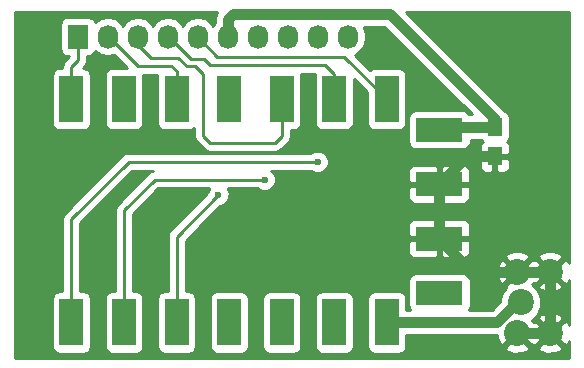
<source format=gtl>
G04 #@! TF.FileFunction,Copper,L1,Top,Signal*
%FSLAX46Y46*%
G04 Gerber Fmt 4.6, Leading zero omitted, Abs format (unit mm)*
G04 Created by KiCad (PCBNEW 4.0.1-stable) date Tisdag 26 Januari 2016 09:48:20*
%MOMM*%
G01*
G04 APERTURE LIST*
%ADD10C,0.100000*%
%ADD11R,1.250000X1.500000*%
%ADD12R,1.727200X2.032000*%
%ADD13O,1.727200X2.032000*%
%ADD14R,2.000000X4.000000*%
%ADD15R,4.000000X2.000000*%
%ADD16C,2.200000*%
%ADD17C,0.600000*%
%ADD18C,0.900000*%
%ADD19C,0.250000*%
%ADD20C,0.254000*%
G04 APERTURE END LIST*
D10*
D11*
X179300000Y-108950000D03*
X179300000Y-111450000D03*
D12*
X144000000Y-101300000D03*
D13*
X146540000Y-101300000D03*
X149080000Y-101300000D03*
X151620000Y-101300000D03*
X154160000Y-101300000D03*
X156700000Y-101300000D03*
X159240000Y-101300000D03*
X161780000Y-101300000D03*
X164320000Y-101300000D03*
X166860000Y-101300000D03*
D14*
X143450000Y-106600000D03*
X147900000Y-106600000D03*
X152350000Y-106600000D03*
X156800000Y-106600000D03*
X161250000Y-106600000D03*
X165700000Y-106600000D03*
X170150000Y-106600000D03*
X143450000Y-125500000D03*
X147900000Y-125500000D03*
X152350000Y-125500000D03*
X156800000Y-125500000D03*
X161250000Y-125500000D03*
X165700000Y-125500000D03*
X170150000Y-125500000D03*
D15*
X174600000Y-109200000D03*
X174600000Y-113800000D03*
X174600000Y-118400000D03*
X174600000Y-123000000D03*
D16*
X181500000Y-123800000D03*
X184000000Y-126400000D03*
X184000000Y-121200000D03*
X181200000Y-121200000D03*
X181200000Y-126400000D03*
D17*
X155900000Y-114700000D03*
X159800000Y-113400000D03*
X164300000Y-111900000D03*
D18*
X179300000Y-108950000D02*
X174850000Y-108950000D01*
X174850000Y-108950000D02*
X174600000Y-109200000D01*
X156700000Y-101300000D02*
X156700000Y-99800000D01*
X170400000Y-99400000D02*
X179300000Y-108300000D01*
X157100000Y-99400000D02*
X170400000Y-99400000D01*
X156700000Y-99800000D02*
X157100000Y-99400000D01*
X179300000Y-108300000D02*
X179300000Y-108950000D01*
X179300000Y-111450000D02*
X176950000Y-111450000D01*
X176950000Y-111450000D02*
X174600000Y-113800000D01*
X174600000Y-113800000D02*
X174600000Y-118400000D01*
X174600000Y-118400000D02*
X177400000Y-121200000D01*
X177400000Y-121200000D02*
X184000000Y-121200000D01*
X184000000Y-121200000D02*
X184000000Y-126400000D01*
X184000000Y-126400000D02*
X181200000Y-126400000D01*
X170150000Y-125500000D02*
X179500000Y-125500000D01*
X179500000Y-125500000D02*
X181200000Y-123800000D01*
D19*
X144000000Y-101300000D02*
X144000000Y-103300000D01*
X143450000Y-103850000D02*
X143450000Y-106600000D01*
X144000000Y-103300000D02*
X143450000Y-103850000D01*
X146540000Y-101300000D02*
X146600000Y-101300000D01*
X146600000Y-101300000D02*
X149100000Y-103800000D01*
X149100000Y-103800000D02*
X151900000Y-103800000D01*
X151900000Y-103800000D02*
X152350000Y-104250000D01*
X152350000Y-104250000D02*
X152350000Y-106600000D01*
X150100000Y-103000000D02*
X150200000Y-103100000D01*
X161250000Y-106600000D02*
X161250000Y-109750000D01*
X160700000Y-110300000D02*
X161250000Y-109750000D01*
X155200000Y-110300000D02*
X160700000Y-110300000D01*
X154600000Y-109700000D02*
X155200000Y-110300000D01*
X154600000Y-104500000D02*
X154600000Y-109700000D01*
X150100000Y-103000000D02*
X149080000Y-101980000D01*
X153900000Y-103800000D02*
X154600000Y-104500000D01*
X153200000Y-103800000D02*
X153900000Y-103800000D01*
X152500000Y-103100000D02*
X153200000Y-103800000D01*
X150200000Y-103100000D02*
X152500000Y-103100000D01*
X149080000Y-101300000D02*
X149080000Y-101980000D01*
X151620000Y-101300000D02*
X151700000Y-101300000D01*
X151700000Y-101300000D02*
X153600000Y-103200000D01*
X153600000Y-103200000D02*
X154700000Y-103200000D01*
X154700000Y-103200000D02*
X155200000Y-103700000D01*
X155200000Y-103700000D02*
X164900000Y-103700000D01*
X164900000Y-103700000D02*
X165700000Y-104500000D01*
X165700000Y-104500000D02*
X165700000Y-106600000D01*
X154160000Y-101300000D02*
X154160000Y-101360000D01*
X154160000Y-101360000D02*
X155800000Y-103000000D01*
X155800000Y-103000000D02*
X166550000Y-103000000D01*
X166550000Y-103000000D02*
X170150000Y-106600000D01*
X152350000Y-118250000D02*
X152350000Y-125500000D01*
X155900000Y-114700000D02*
X152350000Y-118250000D01*
X147900000Y-116000000D02*
X147900000Y-125500000D01*
X150500000Y-113400000D02*
X147900000Y-116000000D01*
X159800000Y-113400000D02*
X150500000Y-113400000D01*
X143450000Y-116750000D02*
X143450000Y-125500000D01*
X148300000Y-111900000D02*
X143450000Y-116750000D01*
X164300000Y-111900000D02*
X148300000Y-111900000D01*
D20*
G36*
X155697591Y-99384788D02*
X155615000Y-99800000D01*
X155615000Y-100093494D01*
X155430000Y-100370366D01*
X155219670Y-100055585D01*
X154733489Y-99730729D01*
X154160000Y-99616655D01*
X153586511Y-99730729D01*
X153100330Y-100055585D01*
X152890000Y-100370366D01*
X152679670Y-100055585D01*
X152193489Y-99730729D01*
X151620000Y-99616655D01*
X151046511Y-99730729D01*
X150560330Y-100055585D01*
X150350000Y-100370366D01*
X150139670Y-100055585D01*
X149653489Y-99730729D01*
X149080000Y-99616655D01*
X148506511Y-99730729D01*
X148020330Y-100055585D01*
X147810000Y-100370366D01*
X147599670Y-100055585D01*
X147113489Y-99730729D01*
X146540000Y-99616655D01*
X145966511Y-99730729D01*
X145480330Y-100055585D01*
X145470757Y-100069913D01*
X145466762Y-100048683D01*
X145327690Y-99832559D01*
X145115490Y-99687569D01*
X144863600Y-99636560D01*
X143136400Y-99636560D01*
X142901083Y-99680838D01*
X142684959Y-99819910D01*
X142539969Y-100032110D01*
X142488960Y-100284000D01*
X142488960Y-102316000D01*
X142533238Y-102551317D01*
X142672310Y-102767441D01*
X142884510Y-102912431D01*
X143136400Y-102963440D01*
X143240000Y-102963440D01*
X143240000Y-102985198D01*
X142912599Y-103312599D01*
X142747852Y-103559161D01*
X142690000Y-103850000D01*
X142690000Y-103952560D01*
X142450000Y-103952560D01*
X142214683Y-103996838D01*
X141998559Y-104135910D01*
X141853569Y-104348110D01*
X141802560Y-104600000D01*
X141802560Y-108600000D01*
X141846838Y-108835317D01*
X141985910Y-109051441D01*
X142198110Y-109196431D01*
X142450000Y-109247440D01*
X144450000Y-109247440D01*
X144685317Y-109203162D01*
X144901441Y-109064090D01*
X145046431Y-108851890D01*
X145097440Y-108600000D01*
X145097440Y-104600000D01*
X145053162Y-104364683D01*
X144914090Y-104148559D01*
X144701890Y-104003569D01*
X144450000Y-103952560D01*
X144422242Y-103952560D01*
X144537401Y-103837401D01*
X144702148Y-103590840D01*
X144738286Y-103409161D01*
X144760000Y-103300000D01*
X144760000Y-102963440D01*
X144863600Y-102963440D01*
X145098917Y-102919162D01*
X145315041Y-102780090D01*
X145460031Y-102567890D01*
X145468400Y-102526561D01*
X145480330Y-102544415D01*
X145966511Y-102869271D01*
X146540000Y-102983345D01*
X147097625Y-102872427D01*
X148177758Y-103952560D01*
X146900000Y-103952560D01*
X146664683Y-103996838D01*
X146448559Y-104135910D01*
X146303569Y-104348110D01*
X146252560Y-104600000D01*
X146252560Y-108600000D01*
X146296838Y-108835317D01*
X146435910Y-109051441D01*
X146648110Y-109196431D01*
X146900000Y-109247440D01*
X148900000Y-109247440D01*
X149135317Y-109203162D01*
X149351441Y-109064090D01*
X149496431Y-108851890D01*
X149547440Y-108600000D01*
X149547440Y-104600000D01*
X149539913Y-104560000D01*
X150710660Y-104560000D01*
X150702560Y-104600000D01*
X150702560Y-108600000D01*
X150746838Y-108835317D01*
X150885910Y-109051441D01*
X151098110Y-109196431D01*
X151350000Y-109247440D01*
X153350000Y-109247440D01*
X153585317Y-109203162D01*
X153801441Y-109064090D01*
X153840000Y-109007657D01*
X153840000Y-109700000D01*
X153897852Y-109990839D01*
X154062599Y-110237401D01*
X154662599Y-110837401D01*
X154909161Y-111002148D01*
X155200000Y-111060000D01*
X160700000Y-111060000D01*
X160990839Y-111002148D01*
X161237401Y-110837401D01*
X161787401Y-110287401D01*
X161952148Y-110040840D01*
X161973138Y-109935317D01*
X162010000Y-109750000D01*
X162010000Y-109247440D01*
X162250000Y-109247440D01*
X162485317Y-109203162D01*
X162701441Y-109064090D01*
X162846431Y-108851890D01*
X162897440Y-108600000D01*
X162897440Y-104600000D01*
X162871097Y-104460000D01*
X164080911Y-104460000D01*
X164052560Y-104600000D01*
X164052560Y-108600000D01*
X164096838Y-108835317D01*
X164235910Y-109051441D01*
X164448110Y-109196431D01*
X164700000Y-109247440D01*
X166700000Y-109247440D01*
X166935317Y-109203162D01*
X167151441Y-109064090D01*
X167296431Y-108851890D01*
X167347440Y-108600000D01*
X167347440Y-104872242D01*
X168502560Y-106027362D01*
X168502560Y-108600000D01*
X168546838Y-108835317D01*
X168685910Y-109051441D01*
X168898110Y-109196431D01*
X169150000Y-109247440D01*
X171150000Y-109247440D01*
X171385317Y-109203162D01*
X171601441Y-109064090D01*
X171746431Y-108851890D01*
X171797440Y-108600000D01*
X171797440Y-104600000D01*
X171753162Y-104364683D01*
X171614090Y-104148559D01*
X171401890Y-104003569D01*
X171150000Y-103952560D01*
X169150000Y-103952560D01*
X168914683Y-103996838D01*
X168736377Y-104111575D01*
X167469806Y-102845004D01*
X167919670Y-102544415D01*
X168244526Y-102058234D01*
X168358600Y-101484745D01*
X168358600Y-101115255D01*
X168244526Y-100541766D01*
X168206596Y-100485000D01*
X169950578Y-100485000D01*
X177330578Y-107865000D01*
X177139018Y-107865000D01*
X177064090Y-107748559D01*
X176851890Y-107603569D01*
X176600000Y-107552560D01*
X172600000Y-107552560D01*
X172364683Y-107596838D01*
X172148559Y-107735910D01*
X172003569Y-107948110D01*
X171952560Y-108200000D01*
X171952560Y-110200000D01*
X171996838Y-110435317D01*
X172135910Y-110651441D01*
X172348110Y-110796431D01*
X172600000Y-110847440D01*
X176600000Y-110847440D01*
X176835317Y-110803162D01*
X177051441Y-110664090D01*
X177196431Y-110451890D01*
X177247440Y-110200000D01*
X177247440Y-110035000D01*
X178135982Y-110035000D01*
X178210910Y-110151441D01*
X178279006Y-110197969D01*
X178136673Y-110340302D01*
X178040000Y-110573691D01*
X178040000Y-111164250D01*
X178198750Y-111323000D01*
X179173000Y-111323000D01*
X179173000Y-111303000D01*
X179427000Y-111303000D01*
X179427000Y-111323000D01*
X180401250Y-111323000D01*
X180560000Y-111164250D01*
X180560000Y-110573691D01*
X180463327Y-110340302D01*
X180322090Y-110199064D01*
X180376441Y-110164090D01*
X180521431Y-109951890D01*
X180572440Y-109700000D01*
X180572440Y-108200000D01*
X180528162Y-107964683D01*
X180389090Y-107748559D01*
X180176890Y-107603569D01*
X180104742Y-107588959D01*
X180067211Y-107532789D01*
X171744422Y-99210000D01*
X185590000Y-99210000D01*
X185590000Y-120477853D01*
X185502099Y-120265641D01*
X185224868Y-120154737D01*
X184179605Y-121200000D01*
X185224868Y-122245263D01*
X185502099Y-122134359D01*
X185590000Y-121900912D01*
X185590000Y-125677853D01*
X185502099Y-125465641D01*
X185224868Y-125354737D01*
X184179605Y-126400000D01*
X185224868Y-127445263D01*
X185502099Y-127334359D01*
X185590000Y-127100912D01*
X185590000Y-128490000D01*
X138710000Y-128490000D01*
X138710000Y-123500000D01*
X141802560Y-123500000D01*
X141802560Y-127500000D01*
X141846838Y-127735317D01*
X141985910Y-127951441D01*
X142198110Y-128096431D01*
X142450000Y-128147440D01*
X144450000Y-128147440D01*
X144685317Y-128103162D01*
X144901441Y-127964090D01*
X145046431Y-127751890D01*
X145097440Y-127500000D01*
X145097440Y-123500000D01*
X145053162Y-123264683D01*
X144914090Y-123048559D01*
X144701890Y-122903569D01*
X144450000Y-122852560D01*
X144210000Y-122852560D01*
X144210000Y-117064802D01*
X148614802Y-112660000D01*
X150399454Y-112660000D01*
X150209160Y-112697852D01*
X149962599Y-112862599D01*
X147362599Y-115462599D01*
X147197852Y-115709161D01*
X147140000Y-116000000D01*
X147140000Y-122852560D01*
X146900000Y-122852560D01*
X146664683Y-122896838D01*
X146448559Y-123035910D01*
X146303569Y-123248110D01*
X146252560Y-123500000D01*
X146252560Y-127500000D01*
X146296838Y-127735317D01*
X146435910Y-127951441D01*
X146648110Y-128096431D01*
X146900000Y-128147440D01*
X148900000Y-128147440D01*
X149135317Y-128103162D01*
X149351441Y-127964090D01*
X149496431Y-127751890D01*
X149547440Y-127500000D01*
X149547440Y-123500000D01*
X149503162Y-123264683D01*
X149364090Y-123048559D01*
X149151890Y-122903569D01*
X148900000Y-122852560D01*
X148660000Y-122852560D01*
X148660000Y-116314802D01*
X150814802Y-114160000D01*
X155117498Y-114160000D01*
X155107808Y-114169673D01*
X154965162Y-114513201D01*
X154965121Y-114560077D01*
X151812599Y-117712599D01*
X151647852Y-117959161D01*
X151590000Y-118250000D01*
X151590000Y-122852560D01*
X151350000Y-122852560D01*
X151114683Y-122896838D01*
X150898559Y-123035910D01*
X150753569Y-123248110D01*
X150702560Y-123500000D01*
X150702560Y-127500000D01*
X150746838Y-127735317D01*
X150885910Y-127951441D01*
X151098110Y-128096431D01*
X151350000Y-128147440D01*
X153350000Y-128147440D01*
X153585317Y-128103162D01*
X153801441Y-127964090D01*
X153946431Y-127751890D01*
X153997440Y-127500000D01*
X153997440Y-123500000D01*
X155152560Y-123500000D01*
X155152560Y-127500000D01*
X155196838Y-127735317D01*
X155335910Y-127951441D01*
X155548110Y-128096431D01*
X155800000Y-128147440D01*
X157800000Y-128147440D01*
X158035317Y-128103162D01*
X158251441Y-127964090D01*
X158396431Y-127751890D01*
X158447440Y-127500000D01*
X158447440Y-123500000D01*
X159602560Y-123500000D01*
X159602560Y-127500000D01*
X159646838Y-127735317D01*
X159785910Y-127951441D01*
X159998110Y-128096431D01*
X160250000Y-128147440D01*
X162250000Y-128147440D01*
X162485317Y-128103162D01*
X162701441Y-127964090D01*
X162846431Y-127751890D01*
X162897440Y-127500000D01*
X162897440Y-123500000D01*
X164052560Y-123500000D01*
X164052560Y-127500000D01*
X164096838Y-127735317D01*
X164235910Y-127951441D01*
X164448110Y-128096431D01*
X164700000Y-128147440D01*
X166700000Y-128147440D01*
X166935317Y-128103162D01*
X167151441Y-127964090D01*
X167296431Y-127751890D01*
X167347440Y-127500000D01*
X167347440Y-123500000D01*
X168502560Y-123500000D01*
X168502560Y-127500000D01*
X168546838Y-127735317D01*
X168685910Y-127951441D01*
X168898110Y-128096431D01*
X169150000Y-128147440D01*
X171150000Y-128147440D01*
X171385317Y-128103162D01*
X171601441Y-127964090D01*
X171746431Y-127751890D01*
X171772153Y-127624868D01*
X180154737Y-127624868D01*
X180265641Y-127902099D01*
X180911593Y-128145323D01*
X181601453Y-128122836D01*
X182134359Y-127902099D01*
X182245263Y-127624868D01*
X182954737Y-127624868D01*
X183065641Y-127902099D01*
X183711593Y-128145323D01*
X184401453Y-128122836D01*
X184934359Y-127902099D01*
X185045263Y-127624868D01*
X184000000Y-126579605D01*
X182954737Y-127624868D01*
X182245263Y-127624868D01*
X181200000Y-126579605D01*
X180154737Y-127624868D01*
X171772153Y-127624868D01*
X171797440Y-127500000D01*
X171797440Y-126585000D01*
X179470108Y-126585000D01*
X179477164Y-126801453D01*
X179697901Y-127334359D01*
X179975132Y-127445263D01*
X181020395Y-126400000D01*
X181006253Y-126385858D01*
X181185858Y-126206253D01*
X181200000Y-126220395D01*
X181214143Y-126206253D01*
X181393748Y-126385858D01*
X181379605Y-126400000D01*
X182424868Y-127445263D01*
X182600000Y-127375203D01*
X182775132Y-127445263D01*
X183820395Y-126400000D01*
X182775132Y-125354737D01*
X182600000Y-125424797D01*
X182424870Y-125354738D01*
X182538910Y-125240698D01*
X182525762Y-125227550D01*
X182578271Y-125175132D01*
X182954737Y-125175132D01*
X184000000Y-126220395D01*
X185045263Y-125175132D01*
X184934359Y-124897901D01*
X184288407Y-124654677D01*
X183598547Y-124677164D01*
X183065641Y-124897901D01*
X182954737Y-125175132D01*
X182578271Y-125175132D01*
X182970004Y-124784082D01*
X183234699Y-124146627D01*
X183235301Y-123456401D01*
X182971719Y-122818485D01*
X182578789Y-122424868D01*
X182954737Y-122424868D01*
X183065641Y-122702099D01*
X183711593Y-122945323D01*
X184401453Y-122922836D01*
X184934359Y-122702099D01*
X185045263Y-122424868D01*
X184000000Y-121379605D01*
X182954737Y-122424868D01*
X182578789Y-122424868D01*
X182526112Y-122372100D01*
X182538910Y-122359302D01*
X182424870Y-122245262D01*
X182600000Y-122175203D01*
X182775132Y-122245263D01*
X183820395Y-121200000D01*
X182775132Y-120154737D01*
X182600000Y-120224797D01*
X182424868Y-120154737D01*
X181379605Y-121200000D01*
X181393748Y-121214143D01*
X181214143Y-121393748D01*
X181200000Y-121379605D01*
X180154737Y-122424868D01*
X180230931Y-122615333D01*
X180029996Y-122815918D01*
X179765301Y-123453373D01*
X179765085Y-123700493D01*
X179050578Y-124415000D01*
X177084983Y-124415000D01*
X177196431Y-124251890D01*
X177247440Y-124000000D01*
X177247440Y-122000000D01*
X177203162Y-121764683D01*
X177064090Y-121548559D01*
X176851890Y-121403569D01*
X176600000Y-121352560D01*
X172600000Y-121352560D01*
X172364683Y-121396838D01*
X172148559Y-121535910D01*
X172003569Y-121748110D01*
X171952560Y-122000000D01*
X171952560Y-124000000D01*
X171996838Y-124235317D01*
X172112461Y-124415000D01*
X171797440Y-124415000D01*
X171797440Y-123500000D01*
X171753162Y-123264683D01*
X171614090Y-123048559D01*
X171401890Y-122903569D01*
X171150000Y-122852560D01*
X169150000Y-122852560D01*
X168914683Y-122896838D01*
X168698559Y-123035910D01*
X168553569Y-123248110D01*
X168502560Y-123500000D01*
X167347440Y-123500000D01*
X167303162Y-123264683D01*
X167164090Y-123048559D01*
X166951890Y-122903569D01*
X166700000Y-122852560D01*
X164700000Y-122852560D01*
X164464683Y-122896838D01*
X164248559Y-123035910D01*
X164103569Y-123248110D01*
X164052560Y-123500000D01*
X162897440Y-123500000D01*
X162853162Y-123264683D01*
X162714090Y-123048559D01*
X162501890Y-122903569D01*
X162250000Y-122852560D01*
X160250000Y-122852560D01*
X160014683Y-122896838D01*
X159798559Y-123035910D01*
X159653569Y-123248110D01*
X159602560Y-123500000D01*
X158447440Y-123500000D01*
X158403162Y-123264683D01*
X158264090Y-123048559D01*
X158051890Y-122903569D01*
X157800000Y-122852560D01*
X155800000Y-122852560D01*
X155564683Y-122896838D01*
X155348559Y-123035910D01*
X155203569Y-123248110D01*
X155152560Y-123500000D01*
X153997440Y-123500000D01*
X153953162Y-123264683D01*
X153814090Y-123048559D01*
X153601890Y-122903569D01*
X153350000Y-122852560D01*
X153110000Y-122852560D01*
X153110000Y-120911593D01*
X179454677Y-120911593D01*
X179477164Y-121601453D01*
X179697901Y-122134359D01*
X179975132Y-122245263D01*
X181020395Y-121200000D01*
X179975132Y-120154737D01*
X179697901Y-120265641D01*
X179454677Y-120911593D01*
X153110000Y-120911593D01*
X153110000Y-118685750D01*
X171965000Y-118685750D01*
X171965000Y-119526310D01*
X172061673Y-119759699D01*
X172240302Y-119938327D01*
X172473691Y-120035000D01*
X174314250Y-120035000D01*
X174473000Y-119876250D01*
X174473000Y-118527000D01*
X174727000Y-118527000D01*
X174727000Y-119876250D01*
X174885750Y-120035000D01*
X176726309Y-120035000D01*
X176870842Y-119975132D01*
X180154737Y-119975132D01*
X181200000Y-121020395D01*
X182245263Y-119975132D01*
X182954737Y-119975132D01*
X184000000Y-121020395D01*
X185045263Y-119975132D01*
X184934359Y-119697901D01*
X184288407Y-119454677D01*
X183598547Y-119477164D01*
X183065641Y-119697901D01*
X182954737Y-119975132D01*
X182245263Y-119975132D01*
X182134359Y-119697901D01*
X181488407Y-119454677D01*
X180798547Y-119477164D01*
X180265641Y-119697901D01*
X180154737Y-119975132D01*
X176870842Y-119975132D01*
X176959698Y-119938327D01*
X177138327Y-119759699D01*
X177235000Y-119526310D01*
X177235000Y-118685750D01*
X177076250Y-118527000D01*
X174727000Y-118527000D01*
X174473000Y-118527000D01*
X172123750Y-118527000D01*
X171965000Y-118685750D01*
X153110000Y-118685750D01*
X153110000Y-118564802D01*
X154401112Y-117273690D01*
X171965000Y-117273690D01*
X171965000Y-118114250D01*
X172123750Y-118273000D01*
X174473000Y-118273000D01*
X174473000Y-116923750D01*
X174727000Y-116923750D01*
X174727000Y-118273000D01*
X177076250Y-118273000D01*
X177235000Y-118114250D01*
X177235000Y-117273690D01*
X177138327Y-117040301D01*
X176959698Y-116861673D01*
X176726309Y-116765000D01*
X174885750Y-116765000D01*
X174727000Y-116923750D01*
X174473000Y-116923750D01*
X174314250Y-116765000D01*
X172473691Y-116765000D01*
X172240302Y-116861673D01*
X172061673Y-117040301D01*
X171965000Y-117273690D01*
X154401112Y-117273690D01*
X156039680Y-115635122D01*
X156085167Y-115635162D01*
X156428943Y-115493117D01*
X156692192Y-115230327D01*
X156834838Y-114886799D01*
X156835162Y-114514833D01*
X156693117Y-114171057D01*
X156682079Y-114160000D01*
X159237537Y-114160000D01*
X159269673Y-114192192D01*
X159613201Y-114334838D01*
X159985167Y-114335162D01*
X160328943Y-114193117D01*
X160436497Y-114085750D01*
X171965000Y-114085750D01*
X171965000Y-114926310D01*
X172061673Y-115159699D01*
X172240302Y-115338327D01*
X172473691Y-115435000D01*
X174314250Y-115435000D01*
X174473000Y-115276250D01*
X174473000Y-113927000D01*
X174727000Y-113927000D01*
X174727000Y-115276250D01*
X174885750Y-115435000D01*
X176726309Y-115435000D01*
X176959698Y-115338327D01*
X177138327Y-115159699D01*
X177235000Y-114926310D01*
X177235000Y-114085750D01*
X177076250Y-113927000D01*
X174727000Y-113927000D01*
X174473000Y-113927000D01*
X172123750Y-113927000D01*
X171965000Y-114085750D01*
X160436497Y-114085750D01*
X160592192Y-113930327D01*
X160734838Y-113586799D01*
X160735162Y-113214833D01*
X160593117Y-112871057D01*
X160382428Y-112660000D01*
X163737537Y-112660000D01*
X163769673Y-112692192D01*
X164113201Y-112834838D01*
X164485167Y-112835162D01*
X164828943Y-112693117D01*
X164848403Y-112673690D01*
X171965000Y-112673690D01*
X171965000Y-113514250D01*
X172123750Y-113673000D01*
X174473000Y-113673000D01*
X174473000Y-112323750D01*
X174727000Y-112323750D01*
X174727000Y-113673000D01*
X177076250Y-113673000D01*
X177235000Y-113514250D01*
X177235000Y-112673690D01*
X177138327Y-112440301D01*
X176959698Y-112261673D01*
X176726309Y-112165000D01*
X174885750Y-112165000D01*
X174727000Y-112323750D01*
X174473000Y-112323750D01*
X174314250Y-112165000D01*
X172473691Y-112165000D01*
X172240302Y-112261673D01*
X172061673Y-112440301D01*
X171965000Y-112673690D01*
X164848403Y-112673690D01*
X165092192Y-112430327D01*
X165234838Y-112086799D01*
X165235143Y-111735750D01*
X178040000Y-111735750D01*
X178040000Y-112326309D01*
X178136673Y-112559698D01*
X178315301Y-112738327D01*
X178548690Y-112835000D01*
X179014250Y-112835000D01*
X179173000Y-112676250D01*
X179173000Y-111577000D01*
X179427000Y-111577000D01*
X179427000Y-112676250D01*
X179585750Y-112835000D01*
X180051310Y-112835000D01*
X180284699Y-112738327D01*
X180463327Y-112559698D01*
X180560000Y-112326309D01*
X180560000Y-111735750D01*
X180401250Y-111577000D01*
X179427000Y-111577000D01*
X179173000Y-111577000D01*
X178198750Y-111577000D01*
X178040000Y-111735750D01*
X165235143Y-111735750D01*
X165235162Y-111714833D01*
X165093117Y-111371057D01*
X164830327Y-111107808D01*
X164486799Y-110965162D01*
X164114833Y-110964838D01*
X163771057Y-111106883D01*
X163737882Y-111140000D01*
X148300000Y-111140000D01*
X148009161Y-111197852D01*
X147762599Y-111362599D01*
X142912599Y-116212599D01*
X142747852Y-116459161D01*
X142690000Y-116750000D01*
X142690000Y-122852560D01*
X142450000Y-122852560D01*
X142214683Y-122896838D01*
X141998559Y-123035910D01*
X141853569Y-123248110D01*
X141802560Y-123500000D01*
X138710000Y-123500000D01*
X138710000Y-99210000D01*
X155814381Y-99210000D01*
X155697591Y-99384788D01*
X155697591Y-99384788D01*
G37*
X155697591Y-99384788D02*
X155615000Y-99800000D01*
X155615000Y-100093494D01*
X155430000Y-100370366D01*
X155219670Y-100055585D01*
X154733489Y-99730729D01*
X154160000Y-99616655D01*
X153586511Y-99730729D01*
X153100330Y-100055585D01*
X152890000Y-100370366D01*
X152679670Y-100055585D01*
X152193489Y-99730729D01*
X151620000Y-99616655D01*
X151046511Y-99730729D01*
X150560330Y-100055585D01*
X150350000Y-100370366D01*
X150139670Y-100055585D01*
X149653489Y-99730729D01*
X149080000Y-99616655D01*
X148506511Y-99730729D01*
X148020330Y-100055585D01*
X147810000Y-100370366D01*
X147599670Y-100055585D01*
X147113489Y-99730729D01*
X146540000Y-99616655D01*
X145966511Y-99730729D01*
X145480330Y-100055585D01*
X145470757Y-100069913D01*
X145466762Y-100048683D01*
X145327690Y-99832559D01*
X145115490Y-99687569D01*
X144863600Y-99636560D01*
X143136400Y-99636560D01*
X142901083Y-99680838D01*
X142684959Y-99819910D01*
X142539969Y-100032110D01*
X142488960Y-100284000D01*
X142488960Y-102316000D01*
X142533238Y-102551317D01*
X142672310Y-102767441D01*
X142884510Y-102912431D01*
X143136400Y-102963440D01*
X143240000Y-102963440D01*
X143240000Y-102985198D01*
X142912599Y-103312599D01*
X142747852Y-103559161D01*
X142690000Y-103850000D01*
X142690000Y-103952560D01*
X142450000Y-103952560D01*
X142214683Y-103996838D01*
X141998559Y-104135910D01*
X141853569Y-104348110D01*
X141802560Y-104600000D01*
X141802560Y-108600000D01*
X141846838Y-108835317D01*
X141985910Y-109051441D01*
X142198110Y-109196431D01*
X142450000Y-109247440D01*
X144450000Y-109247440D01*
X144685317Y-109203162D01*
X144901441Y-109064090D01*
X145046431Y-108851890D01*
X145097440Y-108600000D01*
X145097440Y-104600000D01*
X145053162Y-104364683D01*
X144914090Y-104148559D01*
X144701890Y-104003569D01*
X144450000Y-103952560D01*
X144422242Y-103952560D01*
X144537401Y-103837401D01*
X144702148Y-103590840D01*
X144738286Y-103409161D01*
X144760000Y-103300000D01*
X144760000Y-102963440D01*
X144863600Y-102963440D01*
X145098917Y-102919162D01*
X145315041Y-102780090D01*
X145460031Y-102567890D01*
X145468400Y-102526561D01*
X145480330Y-102544415D01*
X145966511Y-102869271D01*
X146540000Y-102983345D01*
X147097625Y-102872427D01*
X148177758Y-103952560D01*
X146900000Y-103952560D01*
X146664683Y-103996838D01*
X146448559Y-104135910D01*
X146303569Y-104348110D01*
X146252560Y-104600000D01*
X146252560Y-108600000D01*
X146296838Y-108835317D01*
X146435910Y-109051441D01*
X146648110Y-109196431D01*
X146900000Y-109247440D01*
X148900000Y-109247440D01*
X149135317Y-109203162D01*
X149351441Y-109064090D01*
X149496431Y-108851890D01*
X149547440Y-108600000D01*
X149547440Y-104600000D01*
X149539913Y-104560000D01*
X150710660Y-104560000D01*
X150702560Y-104600000D01*
X150702560Y-108600000D01*
X150746838Y-108835317D01*
X150885910Y-109051441D01*
X151098110Y-109196431D01*
X151350000Y-109247440D01*
X153350000Y-109247440D01*
X153585317Y-109203162D01*
X153801441Y-109064090D01*
X153840000Y-109007657D01*
X153840000Y-109700000D01*
X153897852Y-109990839D01*
X154062599Y-110237401D01*
X154662599Y-110837401D01*
X154909161Y-111002148D01*
X155200000Y-111060000D01*
X160700000Y-111060000D01*
X160990839Y-111002148D01*
X161237401Y-110837401D01*
X161787401Y-110287401D01*
X161952148Y-110040840D01*
X161973138Y-109935317D01*
X162010000Y-109750000D01*
X162010000Y-109247440D01*
X162250000Y-109247440D01*
X162485317Y-109203162D01*
X162701441Y-109064090D01*
X162846431Y-108851890D01*
X162897440Y-108600000D01*
X162897440Y-104600000D01*
X162871097Y-104460000D01*
X164080911Y-104460000D01*
X164052560Y-104600000D01*
X164052560Y-108600000D01*
X164096838Y-108835317D01*
X164235910Y-109051441D01*
X164448110Y-109196431D01*
X164700000Y-109247440D01*
X166700000Y-109247440D01*
X166935317Y-109203162D01*
X167151441Y-109064090D01*
X167296431Y-108851890D01*
X167347440Y-108600000D01*
X167347440Y-104872242D01*
X168502560Y-106027362D01*
X168502560Y-108600000D01*
X168546838Y-108835317D01*
X168685910Y-109051441D01*
X168898110Y-109196431D01*
X169150000Y-109247440D01*
X171150000Y-109247440D01*
X171385317Y-109203162D01*
X171601441Y-109064090D01*
X171746431Y-108851890D01*
X171797440Y-108600000D01*
X171797440Y-104600000D01*
X171753162Y-104364683D01*
X171614090Y-104148559D01*
X171401890Y-104003569D01*
X171150000Y-103952560D01*
X169150000Y-103952560D01*
X168914683Y-103996838D01*
X168736377Y-104111575D01*
X167469806Y-102845004D01*
X167919670Y-102544415D01*
X168244526Y-102058234D01*
X168358600Y-101484745D01*
X168358600Y-101115255D01*
X168244526Y-100541766D01*
X168206596Y-100485000D01*
X169950578Y-100485000D01*
X177330578Y-107865000D01*
X177139018Y-107865000D01*
X177064090Y-107748559D01*
X176851890Y-107603569D01*
X176600000Y-107552560D01*
X172600000Y-107552560D01*
X172364683Y-107596838D01*
X172148559Y-107735910D01*
X172003569Y-107948110D01*
X171952560Y-108200000D01*
X171952560Y-110200000D01*
X171996838Y-110435317D01*
X172135910Y-110651441D01*
X172348110Y-110796431D01*
X172600000Y-110847440D01*
X176600000Y-110847440D01*
X176835317Y-110803162D01*
X177051441Y-110664090D01*
X177196431Y-110451890D01*
X177247440Y-110200000D01*
X177247440Y-110035000D01*
X178135982Y-110035000D01*
X178210910Y-110151441D01*
X178279006Y-110197969D01*
X178136673Y-110340302D01*
X178040000Y-110573691D01*
X178040000Y-111164250D01*
X178198750Y-111323000D01*
X179173000Y-111323000D01*
X179173000Y-111303000D01*
X179427000Y-111303000D01*
X179427000Y-111323000D01*
X180401250Y-111323000D01*
X180560000Y-111164250D01*
X180560000Y-110573691D01*
X180463327Y-110340302D01*
X180322090Y-110199064D01*
X180376441Y-110164090D01*
X180521431Y-109951890D01*
X180572440Y-109700000D01*
X180572440Y-108200000D01*
X180528162Y-107964683D01*
X180389090Y-107748559D01*
X180176890Y-107603569D01*
X180104742Y-107588959D01*
X180067211Y-107532789D01*
X171744422Y-99210000D01*
X185590000Y-99210000D01*
X185590000Y-120477853D01*
X185502099Y-120265641D01*
X185224868Y-120154737D01*
X184179605Y-121200000D01*
X185224868Y-122245263D01*
X185502099Y-122134359D01*
X185590000Y-121900912D01*
X185590000Y-125677853D01*
X185502099Y-125465641D01*
X185224868Y-125354737D01*
X184179605Y-126400000D01*
X185224868Y-127445263D01*
X185502099Y-127334359D01*
X185590000Y-127100912D01*
X185590000Y-128490000D01*
X138710000Y-128490000D01*
X138710000Y-123500000D01*
X141802560Y-123500000D01*
X141802560Y-127500000D01*
X141846838Y-127735317D01*
X141985910Y-127951441D01*
X142198110Y-128096431D01*
X142450000Y-128147440D01*
X144450000Y-128147440D01*
X144685317Y-128103162D01*
X144901441Y-127964090D01*
X145046431Y-127751890D01*
X145097440Y-127500000D01*
X145097440Y-123500000D01*
X145053162Y-123264683D01*
X144914090Y-123048559D01*
X144701890Y-122903569D01*
X144450000Y-122852560D01*
X144210000Y-122852560D01*
X144210000Y-117064802D01*
X148614802Y-112660000D01*
X150399454Y-112660000D01*
X150209160Y-112697852D01*
X149962599Y-112862599D01*
X147362599Y-115462599D01*
X147197852Y-115709161D01*
X147140000Y-116000000D01*
X147140000Y-122852560D01*
X146900000Y-122852560D01*
X146664683Y-122896838D01*
X146448559Y-123035910D01*
X146303569Y-123248110D01*
X146252560Y-123500000D01*
X146252560Y-127500000D01*
X146296838Y-127735317D01*
X146435910Y-127951441D01*
X146648110Y-128096431D01*
X146900000Y-128147440D01*
X148900000Y-128147440D01*
X149135317Y-128103162D01*
X149351441Y-127964090D01*
X149496431Y-127751890D01*
X149547440Y-127500000D01*
X149547440Y-123500000D01*
X149503162Y-123264683D01*
X149364090Y-123048559D01*
X149151890Y-122903569D01*
X148900000Y-122852560D01*
X148660000Y-122852560D01*
X148660000Y-116314802D01*
X150814802Y-114160000D01*
X155117498Y-114160000D01*
X155107808Y-114169673D01*
X154965162Y-114513201D01*
X154965121Y-114560077D01*
X151812599Y-117712599D01*
X151647852Y-117959161D01*
X151590000Y-118250000D01*
X151590000Y-122852560D01*
X151350000Y-122852560D01*
X151114683Y-122896838D01*
X150898559Y-123035910D01*
X150753569Y-123248110D01*
X150702560Y-123500000D01*
X150702560Y-127500000D01*
X150746838Y-127735317D01*
X150885910Y-127951441D01*
X151098110Y-128096431D01*
X151350000Y-128147440D01*
X153350000Y-128147440D01*
X153585317Y-128103162D01*
X153801441Y-127964090D01*
X153946431Y-127751890D01*
X153997440Y-127500000D01*
X153997440Y-123500000D01*
X155152560Y-123500000D01*
X155152560Y-127500000D01*
X155196838Y-127735317D01*
X155335910Y-127951441D01*
X155548110Y-128096431D01*
X155800000Y-128147440D01*
X157800000Y-128147440D01*
X158035317Y-128103162D01*
X158251441Y-127964090D01*
X158396431Y-127751890D01*
X158447440Y-127500000D01*
X158447440Y-123500000D01*
X159602560Y-123500000D01*
X159602560Y-127500000D01*
X159646838Y-127735317D01*
X159785910Y-127951441D01*
X159998110Y-128096431D01*
X160250000Y-128147440D01*
X162250000Y-128147440D01*
X162485317Y-128103162D01*
X162701441Y-127964090D01*
X162846431Y-127751890D01*
X162897440Y-127500000D01*
X162897440Y-123500000D01*
X164052560Y-123500000D01*
X164052560Y-127500000D01*
X164096838Y-127735317D01*
X164235910Y-127951441D01*
X164448110Y-128096431D01*
X164700000Y-128147440D01*
X166700000Y-128147440D01*
X166935317Y-128103162D01*
X167151441Y-127964090D01*
X167296431Y-127751890D01*
X167347440Y-127500000D01*
X167347440Y-123500000D01*
X168502560Y-123500000D01*
X168502560Y-127500000D01*
X168546838Y-127735317D01*
X168685910Y-127951441D01*
X168898110Y-128096431D01*
X169150000Y-128147440D01*
X171150000Y-128147440D01*
X171385317Y-128103162D01*
X171601441Y-127964090D01*
X171746431Y-127751890D01*
X171772153Y-127624868D01*
X180154737Y-127624868D01*
X180265641Y-127902099D01*
X180911593Y-128145323D01*
X181601453Y-128122836D01*
X182134359Y-127902099D01*
X182245263Y-127624868D01*
X182954737Y-127624868D01*
X183065641Y-127902099D01*
X183711593Y-128145323D01*
X184401453Y-128122836D01*
X184934359Y-127902099D01*
X185045263Y-127624868D01*
X184000000Y-126579605D01*
X182954737Y-127624868D01*
X182245263Y-127624868D01*
X181200000Y-126579605D01*
X180154737Y-127624868D01*
X171772153Y-127624868D01*
X171797440Y-127500000D01*
X171797440Y-126585000D01*
X179470108Y-126585000D01*
X179477164Y-126801453D01*
X179697901Y-127334359D01*
X179975132Y-127445263D01*
X181020395Y-126400000D01*
X181006253Y-126385858D01*
X181185858Y-126206253D01*
X181200000Y-126220395D01*
X181214143Y-126206253D01*
X181393748Y-126385858D01*
X181379605Y-126400000D01*
X182424868Y-127445263D01*
X182600000Y-127375203D01*
X182775132Y-127445263D01*
X183820395Y-126400000D01*
X182775132Y-125354737D01*
X182600000Y-125424797D01*
X182424870Y-125354738D01*
X182538910Y-125240698D01*
X182525762Y-125227550D01*
X182578271Y-125175132D01*
X182954737Y-125175132D01*
X184000000Y-126220395D01*
X185045263Y-125175132D01*
X184934359Y-124897901D01*
X184288407Y-124654677D01*
X183598547Y-124677164D01*
X183065641Y-124897901D01*
X182954737Y-125175132D01*
X182578271Y-125175132D01*
X182970004Y-124784082D01*
X183234699Y-124146627D01*
X183235301Y-123456401D01*
X182971719Y-122818485D01*
X182578789Y-122424868D01*
X182954737Y-122424868D01*
X183065641Y-122702099D01*
X183711593Y-122945323D01*
X184401453Y-122922836D01*
X184934359Y-122702099D01*
X185045263Y-122424868D01*
X184000000Y-121379605D01*
X182954737Y-122424868D01*
X182578789Y-122424868D01*
X182526112Y-122372100D01*
X182538910Y-122359302D01*
X182424870Y-122245262D01*
X182600000Y-122175203D01*
X182775132Y-122245263D01*
X183820395Y-121200000D01*
X182775132Y-120154737D01*
X182600000Y-120224797D01*
X182424868Y-120154737D01*
X181379605Y-121200000D01*
X181393748Y-121214143D01*
X181214143Y-121393748D01*
X181200000Y-121379605D01*
X180154737Y-122424868D01*
X180230931Y-122615333D01*
X180029996Y-122815918D01*
X179765301Y-123453373D01*
X179765085Y-123700493D01*
X179050578Y-124415000D01*
X177084983Y-124415000D01*
X177196431Y-124251890D01*
X177247440Y-124000000D01*
X177247440Y-122000000D01*
X177203162Y-121764683D01*
X177064090Y-121548559D01*
X176851890Y-121403569D01*
X176600000Y-121352560D01*
X172600000Y-121352560D01*
X172364683Y-121396838D01*
X172148559Y-121535910D01*
X172003569Y-121748110D01*
X171952560Y-122000000D01*
X171952560Y-124000000D01*
X171996838Y-124235317D01*
X172112461Y-124415000D01*
X171797440Y-124415000D01*
X171797440Y-123500000D01*
X171753162Y-123264683D01*
X171614090Y-123048559D01*
X171401890Y-122903569D01*
X171150000Y-122852560D01*
X169150000Y-122852560D01*
X168914683Y-122896838D01*
X168698559Y-123035910D01*
X168553569Y-123248110D01*
X168502560Y-123500000D01*
X167347440Y-123500000D01*
X167303162Y-123264683D01*
X167164090Y-123048559D01*
X166951890Y-122903569D01*
X166700000Y-122852560D01*
X164700000Y-122852560D01*
X164464683Y-122896838D01*
X164248559Y-123035910D01*
X164103569Y-123248110D01*
X164052560Y-123500000D01*
X162897440Y-123500000D01*
X162853162Y-123264683D01*
X162714090Y-123048559D01*
X162501890Y-122903569D01*
X162250000Y-122852560D01*
X160250000Y-122852560D01*
X160014683Y-122896838D01*
X159798559Y-123035910D01*
X159653569Y-123248110D01*
X159602560Y-123500000D01*
X158447440Y-123500000D01*
X158403162Y-123264683D01*
X158264090Y-123048559D01*
X158051890Y-122903569D01*
X157800000Y-122852560D01*
X155800000Y-122852560D01*
X155564683Y-122896838D01*
X155348559Y-123035910D01*
X155203569Y-123248110D01*
X155152560Y-123500000D01*
X153997440Y-123500000D01*
X153953162Y-123264683D01*
X153814090Y-123048559D01*
X153601890Y-122903569D01*
X153350000Y-122852560D01*
X153110000Y-122852560D01*
X153110000Y-120911593D01*
X179454677Y-120911593D01*
X179477164Y-121601453D01*
X179697901Y-122134359D01*
X179975132Y-122245263D01*
X181020395Y-121200000D01*
X179975132Y-120154737D01*
X179697901Y-120265641D01*
X179454677Y-120911593D01*
X153110000Y-120911593D01*
X153110000Y-118685750D01*
X171965000Y-118685750D01*
X171965000Y-119526310D01*
X172061673Y-119759699D01*
X172240302Y-119938327D01*
X172473691Y-120035000D01*
X174314250Y-120035000D01*
X174473000Y-119876250D01*
X174473000Y-118527000D01*
X174727000Y-118527000D01*
X174727000Y-119876250D01*
X174885750Y-120035000D01*
X176726309Y-120035000D01*
X176870842Y-119975132D01*
X180154737Y-119975132D01*
X181200000Y-121020395D01*
X182245263Y-119975132D01*
X182954737Y-119975132D01*
X184000000Y-121020395D01*
X185045263Y-119975132D01*
X184934359Y-119697901D01*
X184288407Y-119454677D01*
X183598547Y-119477164D01*
X183065641Y-119697901D01*
X182954737Y-119975132D01*
X182245263Y-119975132D01*
X182134359Y-119697901D01*
X181488407Y-119454677D01*
X180798547Y-119477164D01*
X180265641Y-119697901D01*
X180154737Y-119975132D01*
X176870842Y-119975132D01*
X176959698Y-119938327D01*
X177138327Y-119759699D01*
X177235000Y-119526310D01*
X177235000Y-118685750D01*
X177076250Y-118527000D01*
X174727000Y-118527000D01*
X174473000Y-118527000D01*
X172123750Y-118527000D01*
X171965000Y-118685750D01*
X153110000Y-118685750D01*
X153110000Y-118564802D01*
X154401112Y-117273690D01*
X171965000Y-117273690D01*
X171965000Y-118114250D01*
X172123750Y-118273000D01*
X174473000Y-118273000D01*
X174473000Y-116923750D01*
X174727000Y-116923750D01*
X174727000Y-118273000D01*
X177076250Y-118273000D01*
X177235000Y-118114250D01*
X177235000Y-117273690D01*
X177138327Y-117040301D01*
X176959698Y-116861673D01*
X176726309Y-116765000D01*
X174885750Y-116765000D01*
X174727000Y-116923750D01*
X174473000Y-116923750D01*
X174314250Y-116765000D01*
X172473691Y-116765000D01*
X172240302Y-116861673D01*
X172061673Y-117040301D01*
X171965000Y-117273690D01*
X154401112Y-117273690D01*
X156039680Y-115635122D01*
X156085167Y-115635162D01*
X156428943Y-115493117D01*
X156692192Y-115230327D01*
X156834838Y-114886799D01*
X156835162Y-114514833D01*
X156693117Y-114171057D01*
X156682079Y-114160000D01*
X159237537Y-114160000D01*
X159269673Y-114192192D01*
X159613201Y-114334838D01*
X159985167Y-114335162D01*
X160328943Y-114193117D01*
X160436497Y-114085750D01*
X171965000Y-114085750D01*
X171965000Y-114926310D01*
X172061673Y-115159699D01*
X172240302Y-115338327D01*
X172473691Y-115435000D01*
X174314250Y-115435000D01*
X174473000Y-115276250D01*
X174473000Y-113927000D01*
X174727000Y-113927000D01*
X174727000Y-115276250D01*
X174885750Y-115435000D01*
X176726309Y-115435000D01*
X176959698Y-115338327D01*
X177138327Y-115159699D01*
X177235000Y-114926310D01*
X177235000Y-114085750D01*
X177076250Y-113927000D01*
X174727000Y-113927000D01*
X174473000Y-113927000D01*
X172123750Y-113927000D01*
X171965000Y-114085750D01*
X160436497Y-114085750D01*
X160592192Y-113930327D01*
X160734838Y-113586799D01*
X160735162Y-113214833D01*
X160593117Y-112871057D01*
X160382428Y-112660000D01*
X163737537Y-112660000D01*
X163769673Y-112692192D01*
X164113201Y-112834838D01*
X164485167Y-112835162D01*
X164828943Y-112693117D01*
X164848403Y-112673690D01*
X171965000Y-112673690D01*
X171965000Y-113514250D01*
X172123750Y-113673000D01*
X174473000Y-113673000D01*
X174473000Y-112323750D01*
X174727000Y-112323750D01*
X174727000Y-113673000D01*
X177076250Y-113673000D01*
X177235000Y-113514250D01*
X177235000Y-112673690D01*
X177138327Y-112440301D01*
X176959698Y-112261673D01*
X176726309Y-112165000D01*
X174885750Y-112165000D01*
X174727000Y-112323750D01*
X174473000Y-112323750D01*
X174314250Y-112165000D01*
X172473691Y-112165000D01*
X172240302Y-112261673D01*
X172061673Y-112440301D01*
X171965000Y-112673690D01*
X164848403Y-112673690D01*
X165092192Y-112430327D01*
X165234838Y-112086799D01*
X165235143Y-111735750D01*
X178040000Y-111735750D01*
X178040000Y-112326309D01*
X178136673Y-112559698D01*
X178315301Y-112738327D01*
X178548690Y-112835000D01*
X179014250Y-112835000D01*
X179173000Y-112676250D01*
X179173000Y-111577000D01*
X179427000Y-111577000D01*
X179427000Y-112676250D01*
X179585750Y-112835000D01*
X180051310Y-112835000D01*
X180284699Y-112738327D01*
X180463327Y-112559698D01*
X180560000Y-112326309D01*
X180560000Y-111735750D01*
X180401250Y-111577000D01*
X179427000Y-111577000D01*
X179173000Y-111577000D01*
X178198750Y-111577000D01*
X178040000Y-111735750D01*
X165235143Y-111735750D01*
X165235162Y-111714833D01*
X165093117Y-111371057D01*
X164830327Y-111107808D01*
X164486799Y-110965162D01*
X164114833Y-110964838D01*
X163771057Y-111106883D01*
X163737882Y-111140000D01*
X148300000Y-111140000D01*
X148009161Y-111197852D01*
X147762599Y-111362599D01*
X142912599Y-116212599D01*
X142747852Y-116459161D01*
X142690000Y-116750000D01*
X142690000Y-122852560D01*
X142450000Y-122852560D01*
X142214683Y-122896838D01*
X141998559Y-123035910D01*
X141853569Y-123248110D01*
X141802560Y-123500000D01*
X138710000Y-123500000D01*
X138710000Y-99210000D01*
X155814381Y-99210000D01*
X155697591Y-99384788D01*
G36*
X159367000Y-101173000D02*
X159387000Y-101173000D01*
X159387000Y-101427000D01*
X159367000Y-101427000D01*
X159367000Y-101447000D01*
X159113000Y-101447000D01*
X159113000Y-101427000D01*
X159093000Y-101427000D01*
X159093000Y-101173000D01*
X159113000Y-101173000D01*
X159113000Y-101153000D01*
X159367000Y-101153000D01*
X159367000Y-101173000D01*
X159367000Y-101173000D01*
G37*
X159367000Y-101173000D02*
X159387000Y-101173000D01*
X159387000Y-101427000D01*
X159367000Y-101427000D01*
X159367000Y-101447000D01*
X159113000Y-101447000D01*
X159113000Y-101427000D01*
X159093000Y-101427000D01*
X159093000Y-101173000D01*
X159113000Y-101173000D01*
X159113000Y-101153000D01*
X159367000Y-101153000D01*
X159367000Y-101173000D01*
M02*

</source>
